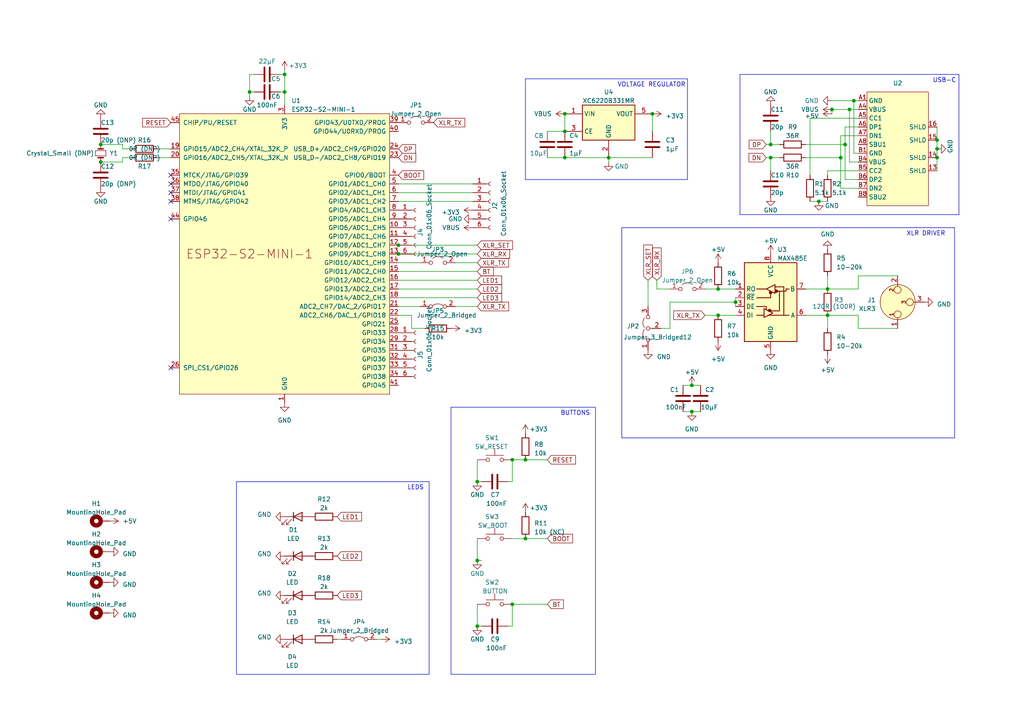
<source format=kicad_sch>
(kicad_sch (version 20230121) (generator eeschema)
  (paper "A4")
  (lib_symbols
    (symbol "Connector:Conn_01x06_Socket" (pin_names (offset 1.016) hide)
      (property "Reference" "J" (at 0 7.62 0))
      (property "Value" "Conn_01x06_Socket" (at 0 -10.16 0))
      (symbol "Conn_01x06_Socket_1_1"
        (arc (start 0 -7.112) (mid -0.5058 -7.62) (end 0 -8.128) (stroke (width 0.1524)))
        (arc (start 0 -4.572) (mid -0.5058 -5.08) (end 0 -5.588) (stroke (width 0.1524)))
        (arc (start 0 -2.032) (mid -0.5058 -2.54) (end 0 -3.048) (stroke (width 0.1524)))
        (polyline (pts (xy -1.27 -7.62) (xy -0.508 -7.62)) (stroke (width 0.1524)))
        (polyline (pts (xy -1.27 -5.08) (xy -0.508 -5.08)) (stroke (width 0.1524)))
        (polyline (pts (xy -1.27 -2.54) (xy -0.508 -2.54)) (stroke (width 0.1524)))
        (polyline (pts (xy -1.27 0) (xy -0.508 0)) (stroke (width 0.1524)))
        (polyline (pts (xy -1.27 2.54) (xy -0.508 2.54)) (stroke (width 0.1524)))
        (polyline (pts (xy -1.27 5.08) (xy -0.508 5.08)) (stroke (width 0.1524)))
        (arc (start 0 0.508) (mid -0.5058 0) (end 0 -0.508) (stroke (width 0.1524)))
        (arc (start 0 3.048) (mid -0.5058 2.54) (end 0 2.032) (stroke (width 0.1524)))
        (arc (start 0 5.588) (mid -0.5058 5.08) (end 0 4.572) (stroke (width 0.1524)))
        (pin passive line (at -5.08 5.08 0) (length 3.81) (name "Pin_1") (number "1"))
        (pin passive line (at -5.08 2.54 0) (length 3.81) (name "Pin_2") (number "2"))
        (pin passive line (at -5.08 0 0) (length 3.81) (name "Pin_3") (number "3"))
        (pin passive line (at -5.08 -2.54 0) (length 3.81) (name "Pin_4") (number "4"))
        (pin passive line (at -5.08 -5.08 0) (length 3.81) (name "Pin_5") (number "5"))
        (pin passive line (at -5.08 -7.62 0) (length 3.81) (name "Pin_6") (number "6"))
      )
    )
    (symbol "Connector_Audio:XLR3" (pin_names hide)
      (property "Reference" "J" (at 0 8.89 0))
      (property "Value" "XLR3" (at 0 6.35 0))
      (symbol "XLR3_0_1"
        (circle (center -3.556 0) (radius 1.016))
        (circle (center 0 -3.556) (radius 1.016))
        (polyline (pts (xy -5.08 0) (xy -4.572 0)))
        (polyline (pts (xy 0 -5.08) (xy 0 -4.572)))
        (polyline (pts (xy 5.08 0) (xy 4.572 0)))
        (circle (center 0 0) (radius 5.08) (fill (type background)))
        (circle (center 3.556 0) (radius 1.016))
        (text "1" (at -3.556 1.778 0) (effects (font (size 1.016 1.016) bold)))
        (text "2" (at 3.556 1.778 0) (effects (font (size 1.016 1.016) bold)))
        (text "3" (at 0 -1.778 0) (effects (font (size 1.016 1.016) bold)))
        (pin passive line (at -7.62 0 0) (length 2.54) (name "~") (number "1"))
        (pin passive line (at 7.62 0 180) (length 2.54) (name "~") (number "2"))
        (pin passive line (at 0 -7.62 90) (length 2.54) (name "~") (number "3"))
      )
    )
    (symbol "Device:C" (pin_numbers hide) (pin_names (offset 0.254))
      (property "Reference" "C" (at 0.635 2.54 0))
      (property "Value" "C" (at 0.635 -2.54 0))
      (symbol "C_0_1"
        (polyline (pts (xy -2.032 -0.762) (xy 2.032 -0.762)) (stroke (width 0.508)))
        (polyline (pts (xy -2.032 0.762) (xy 2.032 0.762)) (stroke (width 0.508)))
      )
      (symbol "C_1_1"
        (pin passive line (at 0 3.81 270) (length 2.794) (name "~") (number "1"))
        (pin passive line (at 0 -3.81 90) (length 2.794) (name "~") (number "2"))
      )
    )
    (symbol "Device:Crystal_Small" (pin_numbers hide) (pin_names (offset 1.016) hide)
      (property "Reference" "Y" (at 0 2.54 0))
      (property "Value" "Crystal_Small" (at 0 -2.54 0))
      (symbol "Crystal_Small_0_1"
        (rectangle (start -0.762 -1.524) (end 0.762 1.524))
        (polyline (pts (xy -1.27 -0.762) (xy -1.27 0.762)) (stroke (width 0.381)))
        (polyline (pts (xy 1.27 -0.762) (xy 1.27 0.762)) (stroke (width 0.381)))
      )
      (symbol "Crystal_Small_1_1"
        (pin passive line (at -2.54 0 0) (length 1.27) (name "1") (number "1"))
        (pin passive line (at 2.54 0 180) (length 1.27) (name "2") (number "2"))
      )
    )
    (symbol "Device:LED" (pin_numbers hide) (pin_names (offset 1.016) hide)
      (property "Reference" "D" (at 0 2.54 0))
      (property "Value" "LED" (at 0 -2.54 0))
      (symbol "LED_0_1"
        (polyline (pts (xy -1.27 -1.27) (xy -1.27 1.27)) (stroke (width 0.254)))
        (polyline (pts (xy -1.27 0) (xy 1.27 0)))
        (polyline (pts (xy 1.27 -1.27) (xy 1.27 1.27) (xy -1.27 0) (xy 1.27 -1.27)) (stroke (width 0.254)))
        (polyline (pts (xy -3.048 -0.762) (xy -4.572 -2.286) (xy -3.81 -2.286) (xy -4.572 -2.286) (xy -4.572 -1.524)))
        (polyline (pts (xy -1.778 -0.762) (xy -3.302 -2.286) (xy -2.54 -2.286) (xy -3.302 -2.286) (xy -3.302 -1.524)))
      )
      (symbol "LED_1_1"
        (pin passive line (at -3.81 0 0) (length 2.54) (name "K") (number "1"))
        (pin passive line (at 3.81 0 180) (length 2.54) (name "A") (number "2"))
      )
    )
    (symbol "Device:R" (pin_numbers hide) (pin_names (offset 0))
      (property "Reference" "R" (at 2.032 0 90))
      (property "Value" "R" (at 0 0 90))
      (symbol "R_0_1"
        (rectangle (start -1.016 -2.54) (end 1.016 2.54) (stroke (width 0.254)))
      )
      (symbol "R_1_1"
        (pin passive line (at 0 3.81 270) (length 1.27) (name "~") (number "1"))
        (pin passive line (at 0 -3.81 90) (length 1.27) (name "~") (number "2"))
      )
    )
    (symbol "Espressif:ESP32-S2-MINI-1" (pin_names (offset 1.016))
      (property "Reference" "U" (at -30.48 45.72 0))
      (property "Value" "ESP32-S2-MINI-1" (at -30.48 43.18 0))
      (symbol "ESP32-S2-MINI-1_0_0"
        (pin power_in line (at 0 -43.18 90) (length 2.54) (name "GND") (number "1"))
        (pin passive line (at 0 -43.18 90) (length 2.54) hide (name "GND") (number "43"))
        (pin input line (at -33.02 10.16 0) (length 2.54) (name "GPIO46") (number "44"))
        (pin bidirectional line (at -33.02 38.1 0) (length 2.54) (name "CHIP/PU/RESET") (number "45"))
        (pin passive line (at 0 -43.18 90) (length 2.54) hide (name "GND") (number "46"))
        (pin passive line (at 0 -43.18 90) (length 2.54) hide (name "GND") (number "47"))
        (pin passive line (at 0 -43.18 90) (length 2.54) hide (name "GND") (number "48"))
        (pin passive line (at 0 -43.18 90) (length 2.54) hide (name "GND") (number "49"))
        (pin passive line (at 0 -43.18 90) (length 2.54) hide (name "GND") (number "50"))
        (pin passive line (at 0 -43.18 90) (length 2.54) hide (name "GND") (number "51"))
        (pin passive line (at 0 -43.18 90) (length 2.54) hide (name "GND") (number "52"))
        (pin passive line (at 0 -43.18 90) (length 2.54) hide (name "GND") (number "53"))
        (pin passive line (at 0 -43.18 90) (length 2.54) hide (name "GND") (number "54"))
        (pin passive line (at 0 -43.18 90) (length 2.54) hide (name "GND") (number "55"))
        (pin passive line (at 0 -43.18 90) (length 2.54) hide (name "GND") (number "56"))
        (pin passive line (at 0 -43.18 90) (length 2.54) hide (name "GND") (number "57"))
        (pin passive line (at 0 -43.18 90) (length 2.54) hide (name "GND") (number "58"))
        (pin passive line (at 0 -43.18 90) (length 2.54) hide (name "GND") (number "59"))
        (pin passive line (at 0 -43.18 90) (length 2.54) hide (name "GND") (number "60"))
        (pin passive line (at 0 -43.18 90) (length 2.54) hide (name "GND") (number "61"))
        (pin passive line (at 0 -43.18 90) (length 2.54) hide (name "GND") (number "62"))
        (pin passive line (at 0 -43.18 90) (length 2.54) hide (name "GND") (number "63"))
        (pin passive line (at 0 -43.18 90) (length 2.54) hide (name "GND") (number "64"))
        (pin passive line (at 0 -43.18 90) (length 2.54) hide (name "GND") (number "65"))
      )
      (symbol "ESP32-S2-MINI-1_0_1"
        (rectangle (start -30.48 40.64) (end 30.48 -40.64) (fill (type background)))
      )
      (symbol "ESP32-S2-MINI-1_1_1"
        (text "ESP32-S2-MINI-1" (at -10.16 0 0) (effects (font (size 2.54 2.54))))
        (pin bidirectional line (at 33.02 7.62 180) (length 2.54) (name "GPIO6/ADC1_CH5") (number "10"))
        (pin bidirectional line (at 33.02 5.08 180) (length 2.54) (name "GPIO7/ADC1_CH6") (number "11"))
        (pin bidirectional line (at 33.02 2.54 180) (length 2.54) (name "GPIO8/ADC1_CH7") (number "12"))
        (pin bidirectional line (at 33.02 0 180) (length 2.54) (name "GPIO9/ADC1_CH8") (number "13"))
        (pin bidirectional line (at 33.02 -2.54 180) (length 2.54) (name "GPIO10/ADC1_CH9") (number "14"))
        (pin bidirectional line (at 33.02 -5.08 180) (length 2.54) (name "GPIO11/ADC2_CH0") (number "15"))
        (pin bidirectional line (at 33.02 -7.62 180) (length 2.54) (name "GPIO12/ADC2_CH1") (number "16"))
        (pin bidirectional line (at 33.02 -10.16 180) (length 2.54) (name "GPIO13/ADC2_CH2") (number "17"))
        (pin bidirectional line (at 33.02 -12.7 180) (length 2.54) (name "GPIO14/ADC2_CH3") (number "18"))
        (pin bidirectional line (at -33.02 30.48 0) (length 2.54) (name "GPIO15/ADC2_CH4/XTAL_32K_P") (number "19"))
        (pin passive line (at 0 -43.18 90) (length 2.54) hide (name "GND") (number "2"))
        (pin bidirectional line (at -33.02 27.94 0) (length 2.54) (name "GPIO16/ADC2_CH5/XTAL_32K_N") (number "20"))
        (pin bidirectional line (at 33.02 -15.24 180) (length 2.54) (name "ADC2_CH7/DAC_2/GPIO17") (number "21"))
        (pin bidirectional line (at 33.02 -17.78 180) (length 2.54) (name "ADC2_CH6/DAC_1/GPIO18") (number "22"))
        (pin bidirectional line (at 33.02 27.94 180) (length 2.54) (name "USB_D-/ADC2_CH8/GPIO19") (number "23"))
        (pin bidirectional line (at 33.02 30.48 180) (length 2.54) (name "USB_D+/ADC2_CH9/GPIO20") (number "24"))
        (pin bidirectional line (at 33.02 -20.32 180) (length 2.54) (name "GPIO21") (number "25"))
        (pin bidirectional line (at -33.02 -33.02 0) (length 2.54) (name "SPI_CS1/GPIO26") (number "26"))
        (pin no_connect line (at -30.48 -38.1 0) (length 2.54) hide (name "NC") (number "27"))
        (pin bidirectional line (at 33.02 -22.86 180) (length 2.54) (name "GPIO33") (number "28"))
        (pin bidirectional line (at 33.02 -25.4 180) (length 2.54) (name "GPIO34") (number "29"))
        (pin power_in line (at 0 43.18 270) (length 2.54) (name "3V3") (number "3"))
        (pin passive line (at 0 -43.18 90) (length 2.54) hide (name "GND") (number "30"))
        (pin bidirectional line (at 33.02 -27.94 180) (length 2.54) (name "GPIO35") (number "31"))
        (pin bidirectional line (at 33.02 -30.48 180) (length 2.54) (name "GPIO36") (number "32"))
        (pin bidirectional line (at 33.02 -33.02 180) (length 2.54) (name "GPIO37") (number "33"))
        (pin bidirectional line (at 33.02 -35.56 180) (length 2.54) (name "GPIO38") (number "34"))
        (pin bidirectional line (at -33.02 22.86 0) (length 2.54) (name "MTCK/JTAG/GPIO39") (number "35"))
        (pin bidirectional line (at -33.02 20.32 0) (length 2.54) (name "MTDO/JTAG/GPIO40") (number "36"))
        (pin bidirectional line (at -33.02 17.78 0) (length 2.54) (name "MTDI/JTAG/GPIO41") (number "37"))
        (pin bidirectional line (at -33.02 15.24 0) (length 2.54) (name "MTMS/JTAG/GPIO42") (number "38"))
        (pin bidirectional line (at 33.02 38.1 180) (length 2.54) (name "GPIO43/U0TXD/PROG") (number "39"))
        (pin bidirectional line (at 33.02 22.86 180) (length 2.54) (name "GPIO0/BOOT") (number "4"))
        (pin bidirectional line (at 33.02 35.56 180) (length 2.54) (name "GPIO44/U0RXD/PROG") (number "40"))
        (pin bidirectional line (at 33.02 -38.1 180) (length 2.54) (name "GPIO45") (number "41"))
        (pin passive line (at 0 -43.18 90) (length 2.54) hide (name "GND") (number "42"))
        (pin bidirectional line (at 33.02 20.32 180) (length 2.54) (name "GPIO1/ADC1_CH0") (number "5"))
        (pin bidirectional line (at 33.02 17.78 180) (length 2.54) (name "GPIO2/ADC1_CH1") (number "6"))
        (pin bidirectional line (at 33.02 15.24 180) (length 2.54) (name "GPIO3/ADC1_CH2") (number "7"))
        (pin bidirectional line (at 33.02 12.7 180) (length 2.54) (name "GPIO4/ADC1_CH3") (number "8"))
        (pin bidirectional line (at 33.02 10.16 180) (length 2.54) (name "GPIO5/ADC1_CH4") (number "9"))
      )
    )
    (symbol "GND_1" (power) (pin_names (offset 0))
      (property "Value" "GND_1" (at 0 -3.81 0))
      (symbol "GND_1_0_1"
        (polyline (pts (xy 0 0) (xy 0 -1.27) (xy 1.27 -1.27) (xy 0 -2.54) (xy -1.27 -1.27) (xy 0 -1.27)))
      )
      (symbol "GND_1_1_1"
        (pin power_in line (at 0 0 270) (length 0) hide (name "GND") (number "1"))
      )
    )
    (symbol "Interface_UART:MAX485E"
      (property "Reference" "U" (at -6.096 11.43 0))
      (property "Value" "MAX485E" (at 0.762 11.43 0))
      (symbol "MAX485E_0_1"
        (rectangle (start -7.62 10.16) (end 7.62 -12.7) (stroke (width 0.254)) (fill (type background)))
        (circle (center -0.3048 -3.683) (radius 0.3556) (stroke (width 0.254)) (fill (type outline)))
        (circle (center -0.0254 1.4986) (radius 0.3556) (stroke (width 0.254)) (fill (type outline)))
        (polyline (pts (xy -4.064 -5.08) (xy -1.905 -5.08)) (stroke (width 0.254)))
        (polyline (pts (xy -4.064 2.54) (xy -1.27 2.54)) (stroke (width 0.254)))
        (polyline (pts (xy -1.27 -3.2004) (xy -1.27 -3.4544)) (stroke (width 0.254)))
        (polyline (pts (xy -0.635 -5.08) (xy 5.334 -5.08)) (stroke (width 0.254)))
        (polyline (pts (xy -4.064 -2.54) (xy -1.27 -2.54) (xy -1.27 -3.175)) (stroke (width 0.254)))
        (polyline (pts (xy 0 1.27) (xy 0 0) (xy -4.064 0)) (stroke (width 0.254)))
        (polyline (pts (xy 1.27 3.175) (xy 3.81 3.175) (xy 3.81 -5.08)) (stroke (width 0.254)))
        (polyline (pts (xy 2.54 1.905) (xy 2.54 -3.81) (xy 0 -3.81)) (stroke (width 0.254)))
        (polyline (pts (xy -1.905 -3.175) (xy -1.905 -5.715) (xy 0.635 -4.445) (xy -1.905 -3.175)) (stroke (width 0.254)))
        (polyline (pts (xy -1.27 2.54) (xy 1.27 3.81) (xy 1.27 1.27) (xy -1.27 2.54)) (stroke (width 0.254)))
        (polyline (pts (xy 1.905 1.905) (xy 4.445 1.905) (xy 4.445 2.54) (xy 5.334 2.54)) (stroke (width 0.254)))
        (rectangle (start 1.27 3.175) (end 1.27 3.175))
        (circle (center 1.651 1.905) (radius 0.3556) (stroke (width 0.254)) (fill (type outline)))
      )
      (symbol "MAX485E_1_1"
        (pin output line (at -10.16 2.54 0) (length 2.54) (name "RO") (number "1"))
        (pin input line (at -10.16 0 0) (length 2.54) (name "~{RE}") (number "2"))
        (pin input line (at -10.16 -2.54 0) (length 2.54) (name "DE") (number "3"))
        (pin input line (at -10.16 -5.08 0) (length 2.54) (name "DI") (number "4"))
        (pin power_in line (at 0 -15.24 90) (length 2.54) (name "GND") (number "5"))
        (pin bidirectional line (at 10.16 -5.08 180) (length 2.54) (name "A") (number "6"))
        (pin bidirectional line (at 10.16 2.54 180) (length 2.54) (name "B") (number "7"))
        (pin power_in line (at 0 12.7 270) (length 2.54) (name "VCC") (number "8"))
      )
    )
    (symbol "Jumper:Jumper_2_Bridged" (pin_names (offset 0) hide)
      (property "Reference" "JP" (at 0 1.905 0))
      (property "Value" "Jumper_2_Bridged" (at 0 -2.54 0))
      (symbol "Jumper_2_Bridged_0_0"
        (circle (center -2.032 0) (radius 0.508))
        (circle (center 2.032 0) (radius 0.508))
      )
      (symbol "Jumper_2_Bridged_0_1"
        (arc (start 1.524 0.254) (mid 0 0.762) (end -1.524 0.254))
      )
      (symbol "Jumper_2_Bridged_1_1"
        (pin passive line (at -5.08 0 0) (length 2.54) (name "A") (number "1"))
        (pin passive line (at 5.08 0 180) (length 2.54) (name "B") (number "2"))
      )
    )
    (symbol "Jumper:Jumper_2_Open" (pin_names (offset 0) hide)
      (property "Reference" "JP" (at 0 2.794 0))
      (property "Value" "Jumper_2_Open" (at 0 -2.286 0))
      (symbol "Jumper_2_Open_0_0"
        (circle (center -2.032 0) (radius 0.508))
        (circle (center 2.032 0) (radius 0.508))
      )
      (symbol "Jumper_2_Open_0_1"
        (arc (start 1.524 1.27) (mid 0 1.778) (end -1.524 1.27))
      )
      (symbol "Jumper_2_Open_1_1"
        (pin passive line (at -5.08 0 0) (length 2.54) (name "A") (number "1"))
        (pin passive line (at 5.08 0 180) (length 2.54) (name "B") (number "2"))
      )
    )
    (symbol "Jumper:Jumper_3_Open" (pin_names (offset 0) hide)
      (property "Reference" "JP" (at -2.54 -2.54 0))
      (property "Value" "Jumper_3_Open" (at 0 2.794 0))
      (symbol "Jumper_3_Open_0_0"
        (circle (center -3.302 0) (radius 0.508))
        (circle (center 0 0) (radius 0.508))
        (circle (center 3.302 0) (radius 0.508))
      )
      (symbol "Jumper_3_Open_0_1"
        (arc (start -0.254 1.016) (mid -1.651 1.4992) (end -3.048 1.016))
        (polyline (pts (xy 0 -0.508) (xy 0 -1.27)))
        (arc (start 3.048 1.016) (mid 1.651 1.4992) (end 0.254 1.016))
      )
      (symbol "Jumper_3_Open_1_1"
        (pin passive line (at -6.35 0 0) (length 2.54) (name "A") (number "1"))
        (pin passive line (at 0 -3.81 90) (length 2.54) (name "C") (number "2"))
        (pin passive line (at 6.35 0 180) (length 2.54) (name "B") (number "3"))
      )
    )
    (symbol "Mechanical:MountingHole_Pad" (pin_numbers hide) (pin_names (offset 1.016) hide)
      (property "Reference" "H" (at 0 6.35 0))
      (property "Value" "MountingHole_Pad" (at 0 4.445 0))
      (symbol "MountingHole_Pad_0_1"
        (circle (center 0 1.27) (radius 1.27) (stroke (width 1.27)))
      )
      (symbol "MountingHole_Pad_1_1"
        (pin input line (at 0 -2.54 90) (length 2.54) (name "1") (number "1"))
      )
    )
    (symbol "My Parts:XUNPU_TYPEC-304J-BCP16"
      (property "Reference" "U20" (at -11.43 21.59 0))
      (property "Value" "XUNPU_TYPEC-304J-BCP16" (at -11.43 19.05 0))
      (symbol "XUNPU_TYPEC-304J-BCP16_0_1"
        (rectangle (start -20.32 16.51) (end -2.54 -16.51) (fill (type background)))
      )
      (symbol "XUNPU_TYPEC-304J-BCP16_1_1"
        (pin unspecified line (at 0 -6.35 180) (length 2.54) (name "SHLD") (number "13"))
        (pin unspecified line (at 0 -2.54 180) (length 2.54) (name "SHLD") (number "14"))
        (pin unspecified line (at 0 2.54 180) (length 2.54) (name "SHLD") (number "15"))
        (pin unspecified line (at 0 6.35 180) (length 2.54) (name "SHLD") (number "16"))
        (pin power_in line (at -22.86 13.97 0) (length 2.54) (name "GND") (number "A1"))
        (pin power_in line (at -22.86 11.43 0) (length 2.54) (name "VBUS") (number "A4"))
        (pin bidirectional line (at -22.86 8.89 0) (length 2.54) (name "CC1") (number "A5"))
        (pin bidirectional line (at -22.86 6.35 0) (length 2.54) (name "DP1") (number "A6"))
        (pin bidirectional line (at -22.86 3.81 0) (length 2.54) (name "DN1") (number "A7"))
        (pin bidirectional line (at -22.86 1.27 0) (length 2.54) (name "SBU1") (number "A8"))
        (pin power_in line (at -22.86 -1.27 0) (length 2.54) (name "GND") (number "B1"))
        (pin power_in line (at -22.86 -3.81 0) (length 2.54) (name "VBUS") (number "B4"))
        (pin bidirectional line (at -22.86 -6.35 0) (length 2.54) (name "CC2") (number "B5"))
        (pin bidirectional line (at -22.86 -8.89 0) (length 2.54) (name "DP2") (number "B6"))
        (pin bidirectional line (at -22.86 -11.43 0) (length 2.54) (name "DN2") (number "B7"))
        (pin bidirectional line (at -22.86 -13.97 0) (length 2.54) (name "SBU2") (number "B8"))
      )
    )
    (symbol "Regulator_Linear:XC6220B331MR"
      (property "Reference" "U" (at 0 8.89 0))
      (property "Value" "XC6220B331MR" (at 0 6.35 0))
      (symbol "XC6220B331MR_0_1"
        (rectangle (start -7.62 5.08) (end 7.62 -5.08) (stroke (width 0.254)) (fill (type background)))
      )
      (symbol "XC6220B331MR_1_1"
        (pin power_in line (at -12.7 2.54 0) (length 5.08) (name "VIN") (number "1"))
        (pin power_in line (at 0 -10.16 90) (length 5.08) (name "GND") (number "2"))
        (pin input line (at -12.7 -2.54 0) (length 5.08) (name "CE") (number "3"))
        (pin no_connect line (at 7.62 -2.54 180) (length 5.08) hide (name "NC") (number "4"))
        (pin power_out line (at 12.7 2.54 180) (length 5.08) (name "VOUT") (number "5"))
      )
    )
    (symbol "Switch:SW_Push" (pin_numbers hide) (pin_names (offset 1.016) hide)
      (property "Reference" "SW" (at 1.27 2.54 0))
      (property "Value" "SW_Push" (at 0 -1.524 0))
      (symbol "SW_Push_0_1"
        (circle (center -2.032 0) (radius 0.508))
        (polyline (pts (xy 0 1.27) (xy 0 3.048)))
        (polyline (pts (xy 2.54 1.27) (xy -2.54 1.27)))
        (circle (center 2.032 0) (radius 0.508))
        (pin passive line (at -5.08 0 0) (length 2.54) (name "1") (number "1"))
        (pin passive line (at 5.08 0 180) (length 2.54) (name "2") (number "2"))
      )
    )
    (symbol "power:+3V3" (power) (pin_names (offset 0))
      (property "Value" "+3V3" (at 0 3.556 0))
      (symbol "+3V3_0_1"
        (polyline (pts (xy -0.762 1.27) (xy 0 2.54)))
        (polyline (pts (xy 0 0) (xy 0 2.54)))
        (polyline (pts (xy 0 2.54) (xy 0.762 1.27)))
      )
      (symbol "+3V3_1_1"
        (pin power_in line (at 0 0 90) (length 0) hide (name "+3V3") (number "1"))
      )
    )
    (symbol "power:+5V" (power) (pin_names (offset 0))
      (property "Value" "+5V" (at 0 3.556 0))
      (symbol "+5V_0_1"
        (polyline (pts (xy -0.762 1.27) (xy 0 2.54)))
        (polyline (pts (xy 0 0) (xy 0 2.54)))
        (polyline (pts (xy 0 2.54) (xy 0.762 1.27)))
      )
      (symbol "+5V_1_1"
        (pin power_in line (at 0 0 90) (length 0) hide (name "+5V") (number "1"))
      )
    )
    (symbol "power:GND" (power) (pin_names (offset 0))
      (property "Value" "GND" (at 0 -3.81 0))
      (symbol "GND_0_1"
        (polyline (pts (xy 0 0) (xy 0 -1.27) (xy 1.27 -1.27) (xy 0 -2.54) (xy -1.27 -1.27) (xy 0 -1.27)))
      )
      (symbol "GND_1_1"
        (pin power_in line (at 0 0 270) (length 0) hide (name "GND") (number "1"))
      )
    )
    (symbol "power:VBUS" (power) (pin_names (offset 0))
      (property "Value" "VBUS" (at 0 3.81 0))
      (symbol "VBUS_0_1"
        (polyline (pts (xy -0.762 1.27) (xy 0 2.54)))
        (polyline (pts (xy 0 0) (xy 0 2.54)))
        (polyline (pts (xy 0 2.54) (xy 0.762 1.27)))
      )
      (symbol "VBUS_1_1"
        (pin power_in line (at 0 0 90) (length 0) hide (name "VBUS") (number "1"))
      )
    )
  )
  (junction (at 247.65 29.21))
  (junction (at 138.43 162.56))
  (junction (at 189.23 33.02))
  (junction (at 208.28 91.44))
  (junction (at 271.78 43.18))
  (junction (at 223.52 45.72))
  (junction (at 152.4 156.21))
  (junction (at 148.59 133.35))
  (junction (at 163.83 38.1))
  (junction (at 208.28 83.82))
  (junction (at 163.83 45.72))
  (junction (at 223.52 41.91))
  (junction (at 241.3 31.75))
  (junction (at 200.66 119.38))
  (junction (at 240.03 83.82))
  (junction (at 82.55 26.67))
  (junction (at 243.84 45.72))
  (junction (at 138.43 181.61))
  (junction (at 138.43 139.7))
  (junction (at 213.36 87.63))
  (junction (at 29.21 46.99))
  (junction (at 246.38 31.75))
  (junction (at 271.78 40.64))
  (junction (at 148.59 175.26))
  (junction (at 163.83 33.02))
  (junction (at 200.66 111.76))
  (junction (at 115.57 73.66))
  (junction (at 82.55 21.59))
  (junction (at 237.49 58.42))
  (junction (at 240.03 91.44))
  (junction (at 115.57 71.12))
  (junction (at 245.11 41.91))
  (junction (at 176.53 45.72))
  (junction (at 72.39 26.67))
  (junction (at 271.78 45.72))
  (junction (at 152.4 133.35))
  (junction (at 29.21 41.91))
  (no_connect (at 49.53 50.8))
  (no_connect (at 49.53 55.88))
  (no_connect (at 49.53 106.68))
  (no_connect (at 49.53 58.42))
  (no_connect (at 49.53 53.34))
  (no_connect (at 49.53 63.5))
  (wire (pts (xy 237.49 58.42) (xy 240.03 58.42)))
  (wire (pts (xy 148.59 175.26) (xy 158.75 175.26)))
  (wire (pts (xy 45.72 45.72) (xy 49.53 45.72)))
  (wire (pts (xy 35.56 43.18) (xy 35.56 41.91)))
  (wire (pts (xy 200.66 119.38) (xy 198.12 119.38)))
  (wire (pts (xy 200.66 111.76) (xy 203.2 111.76)))
  (wire (pts (xy 139.7 181.61) (xy 138.43 181.61)))
  (wire (pts (xy 82.55 21.59) (xy 82.55 26.67)))
  (polyline (pts (xy 214.63 21.59) (xy 278.13 21.59)))
  (wire (pts (xy 99.06 185.42) (xy 97.79 185.42)))
  (wire (pts (xy 208.28 83.82) (xy 213.36 83.82)))
  (wire (pts (xy 204.47 83.82) (xy 208.28 83.82)))
  (polyline (pts (xy 199.39 52.07) (xy 152.4 52.07)))
  (wire (pts (xy 138.43 81.28) (xy 115.57 81.28)))
  (wire (pts (xy 247.65 29.21) (xy 247.65 44.45)))
  (wire (pts (xy 243.84 45.72) (xy 243.84 54.61)))
  (polyline (pts (xy 180.34 127) (xy 180.34 66.04)))
  (wire (pts (xy 119.38 95.25) (xy 119.38 91.44)))
  (wire (pts (xy 121.92 76.2) (xy 115.57 76.2)))
  (wire (pts (xy 240.03 50.8) (xy 240.03 49.53)))
  (wire (pts (xy 204.47 91.44) (xy 208.28 91.44)))
  (wire (pts (xy 240.03 80.01) (xy 240.03 83.82)))
  (wire (pts (xy 158.75 38.1) (xy 163.83 38.1)))
  (wire (pts (xy 233.68 45.72) (xy 243.84 45.72)))
  (wire (pts (xy 243.84 54.61) (xy 248.92 54.61)))
  (wire (pts (xy 81.28 21.59) (xy 82.55 21.59)))
  (wire (pts (xy 247.65 29.21) (xy 248.92 29.21)))
  (wire (pts (xy 138.43 175.26) (xy 138.43 181.61)))
  (wire (pts (xy 73.66 26.67) (xy 72.39 26.67)))
  (wire (pts (xy 81.28 26.67) (xy 82.55 26.67)))
  (wire (pts (xy 148.59 181.61) (xy 148.59 175.26)))
  (wire (pts (xy 123.19 95.25) (xy 119.38 95.25)))
  (wire (pts (xy 119.38 91.44) (xy 115.57 91.44)))
  (wire (pts (xy 139.7 139.7) (xy 138.43 139.7)))
  (wire (pts (xy 138.43 78.74) (xy 115.57 78.74)))
  (wire (pts (xy 158.75 45.72) (xy 163.83 45.72)))
  (wire (pts (xy 271.78 45.72) (xy 271.78 49.53)))
  (wire (pts (xy 245.11 36.83) (xy 248.92 36.83)))
  (wire (pts (xy 121.92 88.9) (xy 115.57 88.9)))
  (polyline (pts (xy 276.86 66.04) (xy 276.86 127)))
  (wire (pts (xy 45.72 43.18) (xy 49.53 43.18)))
  (wire (pts (xy 213.36 87.63) (xy 213.36 88.9)))
  (wire (pts (xy 35.56 46.99) (xy 29.21 46.99)))
  (wire (pts (xy 234.95 34.29) (xy 234.95 50.8)))
  (polyline (pts (xy 180.34 66.04) (xy 276.86 66.04)))
  (wire (pts (xy 187.96 81.28) (xy 187.96 88.9)))
  (wire (pts (xy 72.39 21.59) (xy 73.66 21.59)))
  (wire (pts (xy 246.38 31.75) (xy 248.92 31.75)))
  (wire (pts (xy 243.84 39.37) (xy 248.92 39.37)))
  (wire (pts (xy 138.43 83.82) (xy 115.57 83.82)))
  (wire (pts (xy 233.68 91.44) (xy 240.03 91.44)))
  (wire (pts (xy 38.1 43.18) (xy 35.56 43.18)))
  (wire (pts (xy 115.57 71.12) (xy 138.43 71.12)))
  (wire (pts (xy 240.03 49.53) (xy 248.92 49.53)))
  (wire (pts (xy 189.23 38.1) (xy 189.23 33.02)))
  (polyline (pts (xy 152.4 22.86) (xy 199.39 22.86)))
  (wire (pts (xy 139.7 162.56) (xy 138.43 162.56)))
  (wire (pts (xy 241.3 31.75) (xy 241.3 33.02)))
  (polyline (pts (xy 278.13 62.23) (xy 214.63 62.23)))
  (wire (pts (xy 115.57 58.42) (xy 137.16 58.42)))
  (wire (pts (xy 248.92 44.45) (xy 247.65 44.45)))
  (wire (pts (xy 138.43 88.9) (xy 132.08 88.9)))
  (wire (pts (xy 152.4 133.35) (xy 158.75 133.35)))
  (wire (pts (xy 148.59 156.21) (xy 152.4 156.21)))
  (wire (pts (xy 248.92 95.25) (xy 260.35 95.25)))
  (wire (pts (xy 110.49 185.42) (xy 109.22 185.42)))
  (wire (pts (xy 148.59 133.35) (xy 152.4 133.35)))
  (polyline (pts (xy 276.86 127) (xy 180.34 127)))
  (wire (pts (xy 208.28 91.44) (xy 213.36 91.44)))
  (wire (pts (xy 200.66 119.38) (xy 203.2 119.38)))
  (wire (pts (xy 148.59 139.7) (xy 148.59 133.35)))
  (wire (pts (xy 248.92 80.01) (xy 260.35 80.01)))
  (wire (pts (xy 223.52 49.53) (xy 223.52 45.72)))
  (wire (pts (xy 223.52 38.1) (xy 223.52 41.91)))
  (wire (pts (xy 176.53 46.99) (xy 176.53 45.72)))
  (wire (pts (xy 248.92 91.44) (xy 248.92 95.25)))
  (wire (pts (xy 190.5 81.28) (xy 190.5 83.82)))
  (polyline (pts (xy 278.13 21.59) (xy 278.13 62.23)))
  (wire (pts (xy 222.25 41.91) (xy 223.52 41.91)))
  (wire (pts (xy 163.83 45.72) (xy 176.53 45.72)))
  (wire (pts (xy 245.11 41.91) (xy 245.11 36.83)))
  (wire (pts (xy 271.78 43.18) (xy 271.78 45.72)))
  (wire (pts (xy 115.57 53.34) (xy 137.16 53.34)))
  (wire (pts (xy 213.36 86.36) (xy 213.36 87.63)))
  (wire (pts (xy 223.52 41.91) (xy 226.06 41.91)))
  (wire (pts (xy 240.03 91.44) (xy 240.03 95.25)))
  (wire (pts (xy 115.57 55.88) (xy 137.16 55.88)))
  (wire (pts (xy 246.38 31.75) (xy 246.38 46.99)))
  (wire (pts (xy 190.5 83.82) (xy 194.31 83.82)))
  (wire (pts (xy 138.43 156.21) (xy 138.43 162.56)))
  (wire (pts (xy 194.31 95.25) (xy 191.77 95.25)))
  (wire (pts (xy 245.11 41.91) (xy 245.11 52.07)))
  (wire (pts (xy 115.57 86.36) (xy 138.43 86.36)))
  (wire (pts (xy 147.32 139.7) (xy 148.59 139.7)))
  (wire (pts (xy 213.36 87.63) (xy 194.31 87.63)))
  (wire (pts (xy 245.11 52.07) (xy 248.92 52.07)))
  (wire (pts (xy 271.78 36.83) (xy 271.78 40.64)))
  (wire (pts (xy 163.83 33.02) (xy 163.83 38.1)))
  (wire (pts (xy 240.03 83.82) (xy 248.92 83.82)))
  (wire (pts (xy 138.43 76.2) (xy 132.08 76.2)))
  (polyline (pts (xy 214.63 62.23) (xy 214.63 21.59)))
  (wire (pts (xy 152.4 156.21) (xy 158.75 156.21)))
  (wire (pts (xy 138.43 133.35) (xy 138.43 139.7)))
  (polyline (pts (xy 199.39 22.86) (xy 199.39 52.07)))
  (wire (pts (xy 82.55 20.32) (xy 82.55 21.59)))
  (wire (pts (xy 241.3 31.75) (xy 246.38 31.75)))
  (wire (pts (xy 223.52 45.72) (xy 226.06 45.72)))
  (wire (pts (xy 233.68 41.91) (xy 245.11 41.91)))
  (wire (pts (xy 200.66 111.76) (xy 198.12 111.76)))
  (wire (pts (xy 240.03 91.44) (xy 248.92 91.44)))
  (wire (pts (xy 82.55 26.67) (xy 82.55 30.48)))
  (wire (pts (xy 248.92 83.82) (xy 248.92 80.01)))
  (wire (pts (xy 72.39 21.59) (xy 72.39 26.67)))
  (wire (pts (xy 176.53 45.72) (xy 189.23 45.72)))
  (wire (pts (xy 38.1 45.72) (xy 35.56 45.72)))
  (wire (pts (xy 241.3 29.21) (xy 247.65 29.21)))
  (wire (pts (xy 35.56 41.91) (xy 29.21 41.91)))
  (wire (pts (xy 35.56 45.72) (xy 35.56 46.99)))
  (wire (pts (xy 243.84 45.72) (xy 243.84 39.37)))
  (wire (pts (xy 234.95 58.42) (xy 237.49 58.42)))
  (wire (pts (xy 72.39 26.67) (xy 72.39 27.94)))
  (wire (pts (xy 271.78 40.64) (xy 271.78 43.18)))
  (wire (pts (xy 233.68 83.82) (xy 240.03 83.82)))
  (wire (pts (xy 248.92 34.29) (xy 234.95 34.29)))
  (wire (pts (xy 147.32 181.61) (xy 148.59 181.61)))
  (wire (pts (xy 246.38 46.99) (xy 248.92 46.99)))
  (polyline (pts (xy 152.4 52.07) (xy 152.4 22.86)))
  (wire (pts (xy 194.31 87.63) (xy 194.31 95.25)))
  (wire (pts (xy 222.25 45.72) (xy 223.52 45.72)))
  (wire (pts (xy 115.57 73.66) (xy 138.43 73.66)))
  (rectangle (start 130.81 118.11) (end 172.72 195.58))
  (rectangle (start 68.58 139.7) (end 124.46 195.58))
  (text "VOLTAGE REGULATOR" (at 179.07 25.4 0) (effects (font (size 1.27 1.27)) (justify left bottom)))
  (text "USB-C" (at 270.51 24.13 0) (effects (font (size 1.27 1.27)) (justify left bottom)))
  (text "LEDS" (at 118.11 142.24 0) (effects (font (size 1.27 1.27)) (justify left bottom)))
  (text "BUTTONS" (at 162.56 120.65 0) (effects (font (size 1.27 1.27)) (justify left bottom)))
  (text "XLR DRIVER" (at 262.89 68.58 0) (effects (font (size 1.27 1.27)) (justify left bottom)))
  (global_label "XLR_TX" (shape input) (at 204.47 91.44 180) (property "Intersheetrefs" "${INTERSHEET_REFS}" (effects hide)))
  (global_label "LED3" (shape input) (at 138.43 86.36 0) (property "Intersheetrefs" "${INTERSHEET_REFS}" (effects hide)))
  (global_label "BOOT" (shape input) (at 158.75 156.21 0) (property "Intersheetrefs" "${INTERSHEET_REFS}" (effects hide)))
  (global_label "DP" (shape input) (at 222.25 41.91 180) (property "Intersheetrefs" "${INTERSHEET_REFS}" (effects hide)) (property "Referenzen zwischen Schaltplänen" "${INTERSHEET_REFS}" (effects hide)))
  (global_label "LED1" (shape input) (at 138.43 81.28 0) (property "Intersheetrefs" "${INTERSHEET_REFS}" (effects hide)))
  (global_label "LED1" (shape input) (at 97.79 149.86 0) (property "Intersheetrefs" "${INTERSHEET_REFS}" (effects hide)))
  (global_label "XLR_SET" (shape input) (at 138.43 71.12 0) (property "Intersheetrefs" "${INTERSHEET_REFS}" (effects hide)))
  (global_label "XLR_TX" (shape input) (at 138.43 76.2 0) (property "Intersheetrefs" "${INTERSHEET_REFS}" (effects hide)))
  (global_label "RESET" (shape input) (at 49.53 35.56 180) (property "Intersheetrefs" "${INTERSHEET_REFS}" (effects hide)))
  (global_label "LED2" (shape input) (at 97.79 161.29 0) (property "Intersheetrefs" "${INTERSHEET_REFS}" (effects hide)))
  (global_label "XLR_TX" (shape input) (at 125.73 35.56 0) (property "Intersheetrefs" "${INTERSHEET_REFS}" (effects hide)))
  (global_label "BOOT" (shape input) (at 115.57 50.8 0) (property "Intersheetrefs" "${INTERSHEET_REFS}" (effects hide)))
  (global_label "LED3" (shape input) (at 97.79 172.72 0) (property "Intersheetrefs" "${INTERSHEET_REFS}" (effects hide)))
  (global_label "XLR_TX" (shape input) (at 138.43 88.9 0) (property "Intersheetrefs" "${INTERSHEET_REFS}" (effects hide)))
  (global_label "LED2" (shape input) (at 138.43 83.82 0) (property "Intersheetrefs" "${INTERSHEET_REFS}" (effects hide)))
  (global_label "DN" (shape input) (at 222.25 45.72 180) (property "Intersheetrefs" "${INTERSHEET_REFS}" (effects hide)) (property "Referenzen zwischen Schaltplänen" "${INTERSHEET_REFS}" (effects hide)))
  (global_label "XLR_RX" (shape input) (at 190.5 81.28 90) (property "Intersheetrefs" "${INTERSHEET_REFS}" (effects hide)))
  (global_label "XLR_RX" (shape input) (at 138.43 73.66 0) (property "Intersheetrefs" "${INTERSHEET_REFS}" (effects hide)))
  (global_label "BT" (shape input) (at 158.75 175.26 0) (property "Intersheetrefs" "${INTERSHEET_REFS}" (effects hide)))
  (global_label "DP" (shape input) (at 115.57 43.18 0) (property "Intersheetrefs" "${INTERSHEET_REFS}" (effects hide)) (property "Referenzen zwischen Schaltplänen" "${INTERSHEET_REFS}" (effects hide)))
  (global_label "DN" (shape input) (at 115.57 45.72 0) (property "Intersheetrefs" "${INTERSHEET_REFS}" (effects hide)) (property "Referenzen zwischen Schaltplänen" "${INTERSHEET_REFS}" (effects hide)))
  (global_label "BT" (shape input) (at 138.43 78.74 0) (property "Intersheetrefs" "${INTERSHEET_REFS}" (effects hide)))
  (global_label "XLR_SET" (shape input) (at 187.96 81.28 90) (property "Intersheetrefs" "${INTERSHEET_REFS}" (effects hide)))
  (global_label "RESET" (shape input) (at 158.75 133.35 0) (property "Intersheetrefs" "${INTERSHEET_REFS}" (effects hide)))
  (symbol (lib_name "GND_1") (lib_id "power:GND") (at 267.97 87.63 90) (unit 1)
    (property "Reference" "#PWR014" (effects hide))
    (property "Value" "GND" (at 271.78 88.265 90) (effects (justify right)))
  )
  (symbol (lib_name "GND_1") (lib_id "power:GND") (at 31.75 177.8 90) (unit 1)
    (property "Reference" "#PWR039" (effects hide))
    (property "Value" "GND" (at 35.56 178.435 90) (effects (justify right)))
  )
  (symbol (lib_id "power:GND") (at 241.3 29.21 270) (unit 1)
    (property "Reference" "#PWR02" (effects hide))
    (property "Value" "GND" (at 237.49 29.2099 90) (effects (justify right)))
  )
  (symbol (lib_id "Switch:SW_Push") (at 143.51 156.21 0) (unit 1)
    (property "Reference" "SW3" (at 144.78 149.86 0) (effects (justify right)))
    (property "Value" "SW_BOOT" (at 147.32 152.4 0) (effects (justify right)))
    (property "Footprint" "Button_Switch_SMD:SW_SPST_B3U-1000P-B" (effects hide))
  )
  (symbol (lib_name "GND_1") (lib_id "power:GND") (at 200.66 119.38 0) (unit 1)
    (property "Reference" "#PWR016" (effects hide))
    (property "Value" "GND" (at 200.66 124.46 0))
  )
  (symbol (lib_name "GND_1") (lib_id "power:GND") (at 29.21 34.29 180) (unit 1)
    (property "Reference" "#PWR034" (effects hide))
    (property "Value" "GND" (at 29.21 30.48 0))
  )
  (symbol (lib_name "GND_1") (lib_id "power:GND") (at 82.55 172.72 270) (unit 1)
    (property "Reference" "#PWR035" (effects hide))
    (property "Value" "GND" (at 78.74 172.085 90) (effects (justify right)))
  )
  (symbol (lib_name "GND_1") (lib_id "power:GND") (at 29.21 54.61 0) (unit 1)
    (property "Reference" "#PWR033" (effects hide))
    (property "Value" "GND" (at 29.21 58.42 0))
  )
  (symbol (lib_id "Device:R") (at 152.4 129.54 180) (unit 1)
    (property "Reference" "R8" (at 154.94 128.905 0) (effects (justify right)))
    (property "Value" "10k" (at 154.94 131.445 0) (effects (justify right)))
    (property "Footprint" "Resistor_SMD:R_0805_2012Metric" (effects hide))
  )
  (symbol (lib_id "Device:R") (at 41.91 43.18 90) (unit 1)
    (property "Reference" "R16" (at 41.91 40.64 90))
    (property "Value" "0R (DNP)" (at 41.91 43.18 90))
    (property "Footprint" "Resistor_SMD:R_0805_2012Metric" (effects hide))
  )
  (symbol (lib_id "Device:R") (at 234.95 54.61 180) (unit 1)
    (property "Reference" "R1" (at 236.22 53.34 0) (effects (justify right)))
    (property "Value" "5.1k" (at 236.22 55.88 0) (effects (justify right)))
    (property "Footprint" "Resistor_SMD:R_0805_2012Metric" (effects hide))
  )
  (symbol (lib_id "power:GND") (at 137.16 63.5 270) (unit 1)
    (property "Reference" "#PWR036" (effects hide))
    (property "Value" "GND" (at 132.08 63.5 90))
  )
  (symbol (lib_id "Device:R") (at 93.98 149.86 270) (unit 1)
    (property "Reference" "R12" (at 93.98 144.78 90))
    (property "Value" "2k" (at 93.98 147.32 90))
    (property "Footprint" "Resistor_SMD:R_0805_2012Metric" (effects hide))
  )
  (symbol (lib_id "Device:R") (at 41.91 45.72 270) (unit 1)
    (property "Reference" "R17" (at 41.91 48.26 90))
    (property "Value" "0R (DNP)" (at 41.91 45.72 90))
    (property "Footprint" "Resistor_SMD:R_0805_2012Metric" (effects hide))
  )
  (symbol (lib_id "power:GND") (at 223.52 30.48 180) (unit 1)
    (property "Reference" "#PWR031" (effects hide))
    (property "Value" "GND" (at 223.52 26.67 0))
  )
  (symbol (lib_name "GND_1") (lib_id "power:GND") (at 31.75 168.91 90) (unit 1)
    (property "Reference" "#PWR040" (effects hide))
    (property "Value" "GND" (at 35.56 169.545 90) (effects (justify right)))
  )
  (symbol (lib_id "Jumper:Jumper_2_Open") (at 127 76.2 0) (unit 1)
    (property "Reference" "JP3" (at 127 72.39 0))
    (property "Value" "Jumper_2_Open" (at 128.27 73.66 0))
    (property "Footprint" "Jumper:SolderJumper-2_P1.3mm_Open_RoundedPad1.0x1.5mm" (effects hide))
  )
  (symbol (lib_id "Device:R") (at 240.03 54.61 180) (unit 1)
    (property "Reference" "R2" (at 241.3 53.34 0) (effects (justify right)))
    (property "Value" "5.1k" (at 241.3 55.88 0) (effects (justify right)))
    (property "Footprint" "Resistor_SMD:R_0805_2012Metric" (effects hide))
  )
  (symbol (lib_name "GND_1") (lib_id "power:GND") (at 138.43 181.61 0) (unit 1)
    (property "Reference" "#PWR023" (effects hide))
    (property "Value" "GND" (at 138.43 185.42 0))
  )
  (symbol (lib_name "GND_1") (lib_id "power:GND") (at 223.52 101.6 0) (unit 1)
    (property "Reference" "#PWR08" (effects hide))
    (property "Value" "GND" (at 223.52 106.68 0))
  )
  (symbol (lib_id "Mechanical:MountingHole_Pad") (at 29.21 151.13 90) (unit 1)
    (property "Reference" "H1" (at 27.94 146.05 90))
    (property "Value" "MountingHole_Pad" (at 27.94 148.59 90))
    (property "Footprint" "MountingHole:MountingHole_2.2mm_M2_DIN965_Pad_TopBottom" (effects hide))
  )
  (symbol (lib_id "Jumper:Jumper_2_Open") (at 199.39 83.82 0) (unit 1)
    (property "Reference" "JP6" (at 199.39 78.74 0))
    (property "Value" "Jumper_2_Open" (at 199.39 81.28 0))
    (property "Footprint" "Jumper:SolderJumper-2_P1.3mm_Open_RoundedPad1.0x1.5mm" (effects hide))
  )
  (symbol (lib_id "Device:R") (at 240.03 76.2 0) (unit 1)
    (property "Reference" "R5" (at 242.57 74.93 0) (effects (justify left)))
    (property "Value" "10-20k" (at 242.57 77.47 0) (effects (justify left)))
    (property "Footprint" "Resistor_SMD:R_0805_2012Metric" (effects hide))
  )
  (symbol (lib_id "Connector:Conn_01x06_Socket") (at 120.65 101.6 0) (unit 1)
    (property "Reference" "J5" (at 121.92 104.14 90) (effects (justify left)))
    (property "Value" "Conn_01x06_Socket" (at 124.46 107.95 90) (effects (justify left)))
    (property "Footprint" "Connector_PinHeader_1.27mm:PinHeader_1x06_P1.27mm_Vertical" (effects hide))
  )
  (symbol (lib_name "GND_1") (lib_id "power:GND") (at 72.39 27.94 0) (unit 1)
    (property "Reference" "#PWR020" (effects hide))
    (property "Value" "GND" (at 72.39 31.75 0))
  )
  (symbol (lib_id "Device:R") (at 93.98 161.29 270) (unit 1)
    (property "Reference" "R13" (at 93.98 156.21 90))
    (property "Value" "2k" (at 93.98 158.75 90))
    (property "Footprint" "Resistor_SMD:R_0805_2012Metric" (effects hide))
  )
  (symbol (lib_id "power:+3V3") (at 152.4 148.59 0) (unit 1)
    (property "Reference" "#PWR026" (effects hide))
    (property "Value" "+3V3" (at 156.21 147.32 0))
  )
  (symbol (lib_name "GND_1") (lib_id "power:GND") (at 187.96 101.6 0) (unit 1)
    (property "Reference" "#PWR013" (effects hide))
    (property "Value" "GND" (at 190.5 103.505 0) (effects (justify left)))
  )
  (symbol (lib_id "My Parts:XUNPU_TYPEC-304J-BCP16") (at 271.78 43.18 0) (unit 1)
    (property "Reference" "U2" (at 260.35 24.13 0))
    (property "Value" "XUNPU_TYPEC-304J-BCP16" (effects hide))
    (property "Footprint" "My parts:XUNPU TYPEC-304J-BCP16" (effects hide))
  )
  (symbol (lib_id "Device:R") (at 152.4 152.4 180) (unit 1)
    (property "Reference" "R11" (at 154.94 151.765 0) (effects (justify right)))
    (property "Value" "10k (NC)" (at 154.94 154.305 0) (effects (justify right)))
    (property "Footprint" "Resistor_SMD:R_0805_2012Metric" (effects hide))
  )
  (symbol (lib_id "power:+5V") (at 223.52 73.66 0) (unit 1)
    (property "Reference" "#PWR010" (effects hide))
    (property "Value" "+5V" (at 223.52 69.85 0))
  )
  (symbol (lib_id "Jumper:Jumper_3_Open") (at 187.96 95.25 90) (unit 1)
    (property "Reference" "JP2" (at 185.42 94.615 90) (effects (justify left)))
    (property "Value" "Jumper_3_Bridged12" (at 200.66 97.79 90) (effects (justify left)))
    (property "Footprint" "Jumper:SolderJumper-3_P1.3mm_Open_RoundedPad1.0x1.5mm" (effects hide))
  )
  (symbol (lib_id "Jumper:Jumper_2_Open") (at 120.65 35.56 0) (unit 1)
    (property "Reference" "JP1" (at 120.65 30.48 0))
    (property "Value" "Jumper_2_Open" (at 120.65 33.02 0))
    (property "Footprint" "Jumper:SolderJumper-2_P1.3mm_Open_RoundedPad1.0x1.5mm" (effects hide))
  )
  (symbol (lib_id "Device:R") (at 208.28 95.25 0) (unit 1)
    (property "Reference" "R7" (at 210.82 94.615 0) (effects (justify left)))
    (property "Value" "10k" (at 210.82 97.155 0) (effects (justify left)))
    (property "Footprint" "Resistor_SMD:R_0805_2012Metric" (effects hide))
  )
  (symbol (lib_id "power:VBUS") (at 163.83 33.02 90) (unit 1)
    (property "Reference" "#PWR017" (effects hide))
    (property "Value" "VBUS" (at 160.02 33.0199 90) (effects (justify left)))
  )
  (symbol (lib_name "GND_1") (lib_id "power:GND") (at 82.55 161.29 270) (unit 1)
    (property "Reference" "#PWR027" (effects hide))
    (property "Value" "GND" (at 78.74 160.655 90) (effects (justify right)))
  )
  (symbol (lib_id "Device:R") (at 127 95.25 90) (unit 1)
    (property "Reference" "R15" (at 127 95.25 90))
    (property "Value" "10k" (at 127 97.79 90))
    (property "Footprint" "Resistor_SMD:R_0805_2012Metric" (effects hide))
  )
  (symbol (lib_name "GND_1") (lib_id "power:GND") (at 138.43 139.7 0) (unit 1)
    (property "Reference" "#PWR022" (effects hide))
    (property "Value" "GND" (at 138.43 143.51 0))
  )
  (symbol (lib_id "Jumper:Jumper_2_Bridged") (at 127 88.9 0) (unit 1)
    (property "Reference" "JP5" (at 127 90.17 0))
    (property "Value" "Jumper_2_Bridged" (at 129.54 91.44 0))
    (property "Footprint" "Jumper:SolderJumper-2_P1.3mm_Bridged_RoundedPad1.0x1.5mm" (effects hide))
  )
  (symbol (lib_id "power:+5V") (at 200.66 111.76 0) (unit 1)
    (property "Reference" "#PWR015" (effects hide))
    (property "Value" "+5V" (at 200.66 107.95 0))
  )
  (symbol (lib_id "Device:C") (at 158.75 41.91 0) (unit 1)
    (property "Reference" "C8" (at 154.94 39.37 0) (effects (justify left)))
    (property "Value" "10µF" (at 153.67 44.45 0) (effects (justify left)))
    (property "Footprint" "Capacitor_SMD:C_0805_2012Metric" (effects hide))
  )
  (symbol (lib_id "Interface_UART:MAX485E") (at 223.52 86.36 0) (unit 1)
    (property "Reference" "U3" (at 225.4759 72.39 0) (effects (justify left)))
    (property "Value" "MAX485E" (at 225.4759 74.93 0) (effects (justify left)))
    (property "Footprint" "Package_SO:SOIC-8_3.9x4.9mm_P1.27mm" (effects hide))
    (property "Datasheet" "https://datasheets.maximintegrated.com/en/ds/MAX1487E-MAX491E.pdf" (effects hide))
  )
  (symbol (lib_id "Device:LED") (at 86.36 185.42 0) (unit 1)
    (property "Reference" "D4" (at 84.7725 190.5 0))
    (property "Value" "LED" (at 84.7725 193.04 0))
    (property "Footprint" "LED_SMD:LED_0805_2012Metric" (effects hide))
  )
  (symbol (lib_id "Device:C") (at 77.47 21.59 90) (unit 1)
    (property "Reference" "C5" (at 80.01 22.86 90))
    (property "Value" "22µF" (at 77.47 17.78 90))
    (property "Footprint" "Capacitor_SMD:C_0805_2012Metric" (effects hide))
  )
  (symbol (lib_name "GND_1") (lib_id "power:GND") (at 82.55 149.86 270) (unit 1)
    (property "Reference" "#PWR024" (effects hide))
    (property "Value" "GND" (at 78.74 149.225 90) (effects (justify right)))
  )
  (symbol (lib_id "power:+3V3") (at 189.23 33.02 270) (unit 1)
    (property "Reference" "#PWR018" (effects hide))
    (property "Value" "+3V3" (at 193.04 33.655 90) (effects (justify left)))
  )
  (symbol (lib_id "power:VBUS") (at 137.16 66.04 90) (unit 1)
    (property "Reference" "#PWR038" (effects hide))
    (property "Value" "VBUS" (at 133.35 66.0399 90) (effects (justify left)))
  )
  (symbol (lib_id "Device:R") (at 229.87 41.91 90) (unit 1)
    (property "Reference" "R9" (at 229.87 36.83 90))
    (property "Value" "36R" (at 229.87 39.37 90))
    (property "Footprint" "Resistor_SMD:R_0805_2012Metric" (effects hide))
  )
  (symbol (lib_id "Jumper:Jumper_2_Bridged") (at 104.14 185.42 0) (unit 1)
    (property "Reference" "JP4" (at 104.14 180.34 0))
    (property "Value" "Jumper_2_Bridged" (at 104.14 182.88 0))
    (property "Footprint" "Jumper:SolderJumper-2_P1.3mm_Bridged_RoundedPad1.0x1.5mm" (effects hide))
  )
  (symbol (lib_id "power:+3V3") (at 82.55 20.32 0) (unit 1)
    (property "Reference" "#PWR06" (effects hide))
    (property "Value" "+3V3" (at 86.36 19.05 0))
  )
  (symbol (lib_id "Device:LED") (at 86.36 161.29 0) (unit 1)
    (property "Reference" "D2" (at 84.7725 166.37 0))
    (property "Value" "LED" (at 84.7725 168.91 0))
    (property "Footprint" "LED_SMD:LED_0805_2012Metric" (effects hide))
  )
  (symbol (lib_id "Device:C") (at 223.52 34.29 0) (unit 1)
    (property "Reference" "C11" (at 223.52 31.75 0) (effects (justify left)))
    (property "Value" "20p" (at 223.52 36.83 0) (effects (justify left)))
    (property "Footprint" "Capacitor_SMD:C_0805_2012Metric" (effects hide))
  )
  (symbol (lib_id "Device:C") (at 198.12 115.57 0) (unit 1)
    (property "Reference" "C1" (at 194.31 113.03 0) (effects (justify left)))
    (property "Value" "100nF" (at 193.04 118.11 0) (effects (justify left)))
    (property "Footprint" "Capacitor_SMD:C_0805_2012Metric" (effects hide))
  )
  (symbol (lib_id "Connector:Conn_01x06_Socket") (at 120.65 66.04 0) (unit 1)
    (property "Reference" "J4" (at 121.92 68.58 90) (effects (justify left)))
    (property "Value" "Conn_01x06_Socket" (at 124.46 72.39 90) (effects (justify left)))
    (property "Footprint" "Connector_PinHeader_1.27mm:PinHeader_1x06_P1.27mm_Vertical" (effects hide))
  )
  (symbol (lib_id "power:+5V") (at 241.3 33.02 90) (unit 1)
    (property "Reference" "#PWR043" (effects hide))
    (property "Value" "+5V" (at 237.49 33.655 90) (effects (justify left)))
  )
  (symbol (lib_id "Device:LED") (at 86.36 172.72 0) (unit 1)
    (property "Reference" "D3" (at 84.7725 177.8 0))
    (property "Value" "LED" (at 84.7725 180.34 0))
    (property "Footprint" "LED_SMD:LED_0805_2012Metric" (effects hide))
  )
  (symbol (lib_id "Device:Crystal_Small") (at 29.21 44.45 90) (unit 1)
    (property "Reference" "Y1" (at 31.75 44.45 90) (effects (justify right)))
    (property "Value" "Crystal_Small (DNP)" (at 7.62 44.45 90) (effects (justify right)))
    (property "Footprint" "Crystal:Crystal_SMD_3215-2Pin_3.2x1.5mm" (effects hide))
  )
  (symbol (lib_id "Device:R") (at 229.87 45.72 90) (unit 1)
    (property "Reference" "R10" (at 229.87 50.8 90))
    (property "Value" "36R" (at 229.87 48.26 90))
    (property "Footprint" "Resistor_SMD:R_0805_2012Metric" (effects hide))
  )
  (symbol (lib_id "Device:LED") (at 86.36 149.86 0) (unit 1)
    (property "Reference" "D1" (at 85.09 153.67 0))
    (property "Value" "LED" (at 85.09 156.21 0))
    (property "Footprint" "LED_SMD:LED_0805_2012Metric" (effects hide))
  )
  (symbol (lib_id "Device:C") (at 143.51 181.61 270) (unit 1)
    (property "Reference" "C9" (at 142.24 185.42 90) (effects (justify left)))
    (property "Value" "100nF" (at 140.97 187.96 90) (effects (justify left)))
    (property "Footprint" "Capacitor_SMD:C_0805_2012Metric" (effects hide))
  )
  (symbol (lib_id "Device:C") (at 29.21 38.1 0) (unit 1)
    (property "Reference" "C13" (at 29.21 35.56 0) (effects (justify left)))
    (property "Value" "20p (DNP)" (at 29.21 40.64 0) (effects (justify left)))
    (property "Footprint" "Capacitor_SMD:C_0805_2012Metric" (effects hide))
  )
  (symbol (lib_id "Mechanical:MountingHole_Pad") (at 29.21 177.8 90) (unit 1)
    (property "Reference" "H4" (at 27.94 172.72 90))
    (property "Value" "MountingHole_Pad" (at 27.94 175.26 90))
    (property "Footprint" "MountingHole:MountingHole_2.2mm_M2_DIN965_Pad_TopBottom" (effects hide))
  )
  (symbol (lib_id "Espressif:ESP32-S2-MINI-1") (at 82.55 73.66 0) (unit 1)
    (property "Reference" "U1" (at 84.5059 29.21 0) (effects (justify left)))
    (property "Value" "ESP32-S2-MINI-1" (at 84.5059 31.75 0) (effects (justify left)))
    (property "Footprint" "Espressif:ESP32-S2-MINI-1" (effects hide))
    (property "Datasheet" "https://www.espressif.com/sites/default/files/documentation/esp32-s2-mini-1_esp32-s2-mini-1u_datasheet_en.pdf" (effects hide))
  )
  (symbol (lib_name "GND_1") (lib_id "power:GND") (at 82.55 185.42 270) (unit 1)
    (property "Reference" "#PWR028" (effects hide))
    (property "Value" "GND" (at 78.74 184.785 90) (effects (justify right)))
  )
  (symbol (lib_id "power:+3V3") (at 110.49 185.42 270) (unit 1)
    (property "Reference" "#PWR029" (effects hide))
    (property "Value" "+3V3" (at 114.3 186.055 90) (effects (justify left)))
  )
  (symbol (lib_id "Device:R") (at 93.98 172.72 270) (unit 1)
    (property "Reference" "R18" (at 93.98 167.64 90))
    (property "Value" "2k" (at 93.98 170.18 90))
    (property "Footprint" "Resistor_SMD:R_0805_2012Metric" (effects hide))
  )
  (symbol (lib_id "power:+3V3") (at 152.4 125.73 0) (unit 1)
    (property "Reference" "#PWR021" (effects hide))
    (property "Value" "+3V3" (at 156.21 124.46 0))
  )
  (symbol (lib_id "power:GND") (at 176.53 46.99 0) (unit 1)
    (property "Reference" "#PWR019" (effects hide))
    (property "Value" "GND" (at 180.34 48.26 0))
  )
  (symbol (lib_id "Device:C") (at 203.2 115.57 0) (unit 1)
    (property "Reference" "C2" (at 204.47 113.03 0) (effects (justify left)))
    (property "Value" "10µF" (at 203.2 118.11 0) (effects (justify left)))
    (property "Footprint" "Capacitor_SMD:C_0805_2012Metric" (effects hide))
  )
  (symbol (lib_name "GND_1") (lib_id "power:GND") (at 240.03 72.39 180) (unit 1)
    (property "Reference" "#PWR09" (effects hide))
    (property "Value" "GND" (at 240.03 67.945 0))
  )
  (symbol (lib_id "Regulator_Linear:XC6220B331MR") (at 176.53 35.56 0) (unit 1)
    (property "Reference" "U4" (at 176.53 26.67 0))
    (property "Value" "XC6220B331MR" (at 176.53 29.21 0))
    (property "Footprint" "Package_TO_SOT_SMD:SOT-23-5" (effects hide))
    (property "Datasheet" "https://www.torexsemi.com/file/xc6220/XC6220.pdf" (effects hide))
  )
  (symbol (lib_id "Device:R") (at 208.28 80.01 0) (unit 1)
    (property "Reference" "R6" (at 210.82 79.375 0) (effects (justify left)))
    (property "Value" "10k" (at 210.82 81.915 0) (effects (justify left)))
    (property "Footprint" "Resistor_SMD:R_0805_2012Metric" (effects hide))
  )
  (symbol (lib_id "power:+3V3") (at 130.81 95.25 270) (unit 1)
    (property "Reference" "#PWR032" (effects hide))
    (property "Value" "+3V3" (at 134.62 95.885 90) (effects (justify left)))
  )
  (symbol (lib_id "Mechanical:MountingHole_Pad") (at 29.21 168.91 90) (unit 1)
    (property "Reference" "H3" (at 27.94 163.83 90))
    (property "Value" "MountingHole_Pad" (at 27.94 166.37 90))
    (property "Footprint" "MountingHole:MountingHole_2.2mm_M2_DIN965_Pad_TopBottom" (effects hide))
  )
  (symbol (lib_id "power:+3V3") (at 137.16 60.96 90) (unit 1)
    (property "Reference" "#PWR037" (effects hide))
    (property "Value" "+3V3" (at 133.35 61.595 90) (effects (justify left)))
  )
  (symbol (lib_name "GND_1") (lib_id "power:GND") (at 82.55 116.84 0) (unit 1)
    (property "Reference" "#PWR05" (effects hide))
    (property "Value" "GND" (at 82.55 121.92 0))
  )
  (symbol (lib_id "Device:C") (at 163.83 41.91 0) (unit 1)
    (property "Reference" "C4" (at 165.1 39.37 0) (effects (justify left)))
    (property "Value" "1µF" (at 165.1 44.45 0) (effects (justify left)))
    (property "Footprint" "Capacitor_SMD:C_0805_2012Metric" (effects hide))
  )
  (symbol (lib_id "Switch:SW_Push") (at 143.51 175.26 0) (unit 1)
    (property "Reference" "SW2" (at 144.78 168.91 0) (effects (justify right)))
    (property "Value" "BUTTON" (at 147.32 171.45 0) (effects (justify right)))
    (property "Footprint" "Button_Switch_SMD:SW_SPST_B3U-1000P-B" (effects hide))
  )
  (symbol (lib_id "Device:R") (at 93.98 185.42 270) (unit 1)
    (property "Reference" "R14" (at 93.98 180.34 90))
    (property "Value" "2k" (at 93.98 182.88 90))
    (property "Footprint" "Resistor_SMD:R_0805_2012Metric" (effects hide))
  )
  (symbol (lib_id "Device:C") (at 29.21 50.8 0) (unit 1)
    (property "Reference" "C12" (at 29.21 48.26 0) (effects (justify left)))
    (property "Value" "20p (DNP)" (at 29.21 53.34 0) (effects (justify left)))
    (property "Footprint" "Capacitor_SMD:C_0805_2012Metric" (effects hide))
  )
  (symbol (lib_name "GND_1") (lib_id "power:GND") (at 31.75 160.02 90) (unit 1)
    (property "Reference" "#PWR041" (effects hide))
    (property "Value" "GND" (at 35.56 160.655 90) (effects (justify right)))
  )
  (symbol (lib_id "Device:C") (at 143.51 139.7 270) (unit 1)
    (property "Reference" "C7" (at 142.24 143.51 90) (effects (justify left)))
    (property "Value" "100nF" (at 140.97 146.05 90) (effects (justify left)))
    (property "Footprint" "Capacitor_SMD:C_0805_2012Metric" (effects hide))
  )
  (symbol (lib_id "Mechanical:MountingHole_Pad") (at 29.21 160.02 90) (unit 1)
    (property "Reference" "H2" (at 27.94 154.94 90))
    (property "Value" "MountingHole_Pad" (at 27.94 157.48 90))
    (property "Footprint" "MountingHole:MountingHole_2.2mm_M2_DIN965_Pad_TopBottom" (effects hide))
  )
  (symbol (lib_id "Device:C") (at 223.52 53.34 0) (unit 1)
    (property "Reference" "C10" (at 223.52 50.8 0) (effects (justify left)))
    (property "Value" "20p" (at 223.52 55.88 0) (effects (justify left)))
    (property "Footprint" "Capacitor_SMD:C_0805_2012Metric" (effects hide))
  )
  (symbol (lib_id "power:+5V") (at 240.03 102.87 180) (unit 1)
    (property "Reference" "#PWR07" (effects hide))
    (property "Value" "+5V" (at 240.03 107.315 0))
  )
  (symbol (lib_id "power:GND") (at 237.49 58.42 0) (unit 1)
    (property "Reference" "#PWR01" (effects hide))
    (property "Value" "GND" (at 241.3 59.69 0))
  )
  (symbol (lib_id "power:GND") (at 271.78 43.18 90) (unit 1)
    (property "Reference" "#PWR04" (effects hide))
    (property "Value" "GND" (at 275.59 44.45 0) (effects (justify left)))
  )
  (symbol (lib_name "GND_1") (lib_id "power:GND") (at 138.43 162.56 0) (unit 1)
    (property "Reference" "#PWR025" (effects hide))
    (property "Value" "GND" (at 138.43 166.37 0))
  )
  (symbol (lib_id "Device:R") (at 240.03 99.06 0) (unit 1)
    (property "Reference" "R4" (at 242.57 97.79 0) (effects (justify left)))
    (property "Value" "10-20k" (at 242.57 100.33 0) (effects (justify left)))
    (property "Footprint" "Resistor_SMD:R_0805_2012Metric" (effects hide))
  )
  (symbol (lib_id "Device:R") (at 240.03 87.63 0) (unit 1)
    (property "Reference" "R3" (at 241.935 86.995 0) (effects (justify left)))
    (property "Value" "120R (100R)" (at 235.585 88.9 0) (effects (justify left)))
    (property "Footprint" "Resistor_SMD:R_0805_2012Metric" (effects hide))
  )
  (symbol (lib_id "power:GND") (at 223.52 57.15 0) (unit 1)
    (property "Reference" "#PWR030" (effects hide))
    (property "Value" "GND" (at 223.52 60.96 0))
  )
  (symbol (lib_id "power:+5V") (at 31.75 151.13 270) (unit 1)
    (property "Reference" "#PWR042" (effects hide))
    (property "Value" "+5V" (at 35.56 151.13 90) (effects (justify left)))
  )
  (symbol (lib_id "power:VBUS") (at 241.3 31.75 90) (unit 1)
    (property "Reference" "#PWR03" (effects hide))
    (property "Value" "VBUS" (at 237.49 31.7499 90) (effects (justify left)))
  )
  (symbol (lib_id "Switch:SW_Push") (at 143.51 133.35 0) (unit 1)
    (property "Reference" "SW1" (at 144.78 127 0) (effects (justify right)))
    (property "Value" "SW_RESET" (at 147.32 129.54 0) (effects (justify right)))
    (property "Footprint" "Button_Switch_SMD:SW_SPST_B3U-1000P-B" (effects hide))
  )
  (symbol (lib_id "Connector:Conn_01x06_Socket") (at 142.24 58.42 0) (unit 1)
    (property "Reference" "J2" (at 143.51 60.96 90) (effects (justify left)))
    (property "Value" "Conn_01x06_Socket" (at 146.05 68.58 90) (effects (justify left)))
    (property "Footprint" "Connector_PinSocket_1.27mm:PinSocket_1x06_P1.27mm_Vertical" (effects hide))
  )
  (symbol (lib_id "Device:C") (at 77.47 26.67 90) (unit 1)
    (property "Reference" "C6" (at 80.01 27.94 90))
    (property "Value" "100nF" (at 77.47 30.48 90))
    (property "Footprint" "Capacitor_SMD:C_0805_2012Metric" (effects hide))
  )
  (symbol (lib_id "Device:C") (at 189.23 41.91 0) (unit 1)
    (property "Reference" "C3" (at 193.04 40.64 0) (effects (justify left)))
    (property "Value" "1µF" (at 193.04 43.18 0) (effects (justify left)))
    (property "Footprint" "Capacitor_SMD:C_0805_2012Metric" (effects hide))
  )
  (symbol (lib_id "power:+5V") (at 208.28 76.2 0) (unit 1)
    (property "Reference" "#PWR011" (effects hide))
    (property "Value" "+5V" (at 208.28 72.39 0))
  )
  (symbol (lib_id "power:+5V") (at 208.28 99.06 180) (unit 1)
    (property "Reference" "#PWR012" (effects hide))
    (property "Value" "+5V" (at 208.28 104.14 0))
  )
  (symbol (lib_id "Connector_Audio:XLR3") (at 260.35 87.63 90) (unit 1)
    (property "Reference" "J1" (at 254 86.995 90) (effects (justify left)))
    (property "Value" "XLR3" (at 254 89.535 90) (effects (justify left)))
    (property "Footprint" "Connector_PinHeader_2.54mm:PinHeader_1x03_P2.54mm_Vertical" (effects hide))
    (property "Datasheet" " ~" (effects hide))
  )
)
</source>
